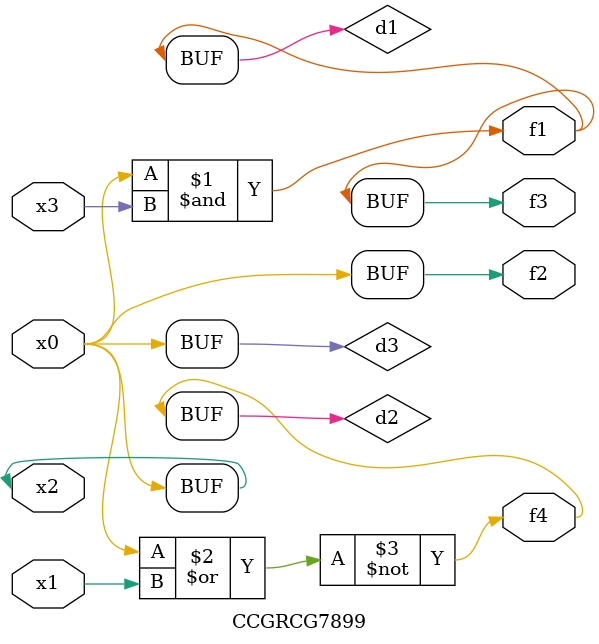
<source format=v>
module CCGRCG7899(
	input x0, x1, x2, x3,
	output f1, f2, f3, f4
);

	wire d1, d2, d3;

	and (d1, x2, x3);
	nor (d2, x0, x1);
	buf (d3, x0, x2);
	assign f1 = d1;
	assign f2 = d3;
	assign f3 = d1;
	assign f4 = d2;
endmodule

</source>
